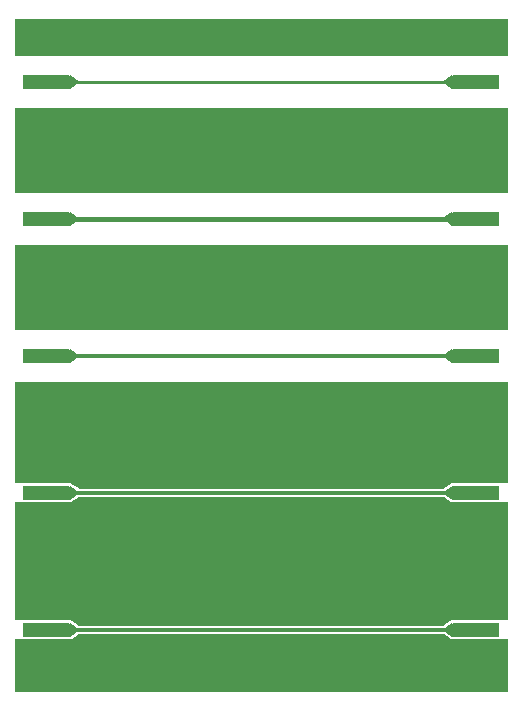
<source format=gtl>
%TF.GenerationSoftware,KiCad,Pcbnew,(6.0.2)*%
%TF.CreationDate,2022-07-21T18:21:10-07:00*%
%TF.ProjectId,testCoupon,74657374-436f-4757-906f-6e2e6b696361,1*%
%TF.SameCoordinates,Original*%
%TF.FileFunction,Copper,L1,Top*%
%TF.FilePolarity,Positive*%
%FSLAX46Y46*%
G04 Gerber Fmt 4.6, Leading zero omitted, Abs format (unit mm)*
G04 Created by KiCad (PCBNEW (6.0.2)) date 2022-07-21 18:21:10*
%MOMM*%
%LPD*%
G01*
G04 APERTURE LIST*
%TA.AperFunction,NonConductor*%
%ADD10C,0.200000*%
%TD*%
%TA.AperFunction,SMDPad,CuDef*%
%ADD11R,4.000000X1.200000*%
%TD*%
%TA.AperFunction,SMDPad,CuDef*%
%ADD12R,4.000000X1.280000*%
%TD*%
%TA.AperFunction,SMDPad,CuDef*%
%ADD13O,31.360000X0.296416*%
%TD*%
%TA.AperFunction,ComponentPad*%
%ADD14C,0.380000*%
%TD*%
%TA.AperFunction,SMDPad,CuDef*%
%ADD15O,31.360000X0.297180*%
%TD*%
%TA.AperFunction,ViaPad*%
%ADD16C,0.800000*%
%TD*%
%TA.AperFunction,Conductor*%
%ADD17C,0.293370*%
%TD*%
%TA.AperFunction,Conductor*%
%ADD18C,0.430733*%
%TD*%
%TA.AperFunction,Conductor*%
%ADD19C,0.360680*%
%TD*%
G04 APERTURE END LIST*
D10*
X140700000Y-109300000D02*
X140000000Y-109800000D01*
X140000000Y-109800000D02*
X140000000Y-108800000D01*
X140000000Y-108800000D02*
X140700000Y-109300000D01*
G36*
X140700000Y-109300000D02*
G01*
X140000000Y-109800000D01*
X140000000Y-108800000D01*
X140700000Y-109300000D01*
G37*
X140700000Y-109300000D02*
X140000000Y-109800000D01*
X140000000Y-108800000D01*
X140700000Y-109300000D01*
X140700000Y-86100000D02*
X140000000Y-86600000D01*
X140000000Y-86600000D02*
X140000000Y-85600000D01*
X140000000Y-85600000D02*
X140700000Y-86100000D01*
G36*
X140700000Y-86100000D02*
G01*
X140000000Y-86600000D01*
X140000000Y-85600000D01*
X140700000Y-86100000D01*
G37*
X140700000Y-86100000D02*
X140000000Y-86600000D01*
X140000000Y-85600000D01*
X140700000Y-86100000D01*
X140700000Y-74500000D02*
X140000000Y-75000000D01*
X140000000Y-75000000D02*
X140000000Y-74000000D01*
X140000000Y-74000000D02*
X140700000Y-74500000D01*
G36*
X140700000Y-74500000D02*
G01*
X140000000Y-75000000D01*
X140000000Y-74000000D01*
X140700000Y-74500000D01*
G37*
X140700000Y-74500000D02*
X140000000Y-75000000D01*
X140000000Y-74000000D01*
X140700000Y-74500000D01*
X140706757Y-97700000D02*
X140000000Y-98200000D01*
X140000000Y-98200000D02*
X140000000Y-97200000D01*
X140000000Y-97200000D02*
X140706757Y-97700000D01*
G36*
X140706757Y-97700000D02*
G01*
X140000000Y-98200000D01*
X140000000Y-97200000D01*
X140706757Y-97700000D01*
G37*
X140706757Y-97700000D02*
X140000000Y-98200000D01*
X140000000Y-97200000D01*
X140706757Y-97700000D01*
X171700000Y-86100000D02*
X172400000Y-85600000D01*
X172400000Y-85600000D02*
X172400000Y-86600000D01*
X172400000Y-86600000D02*
X171700000Y-86100000D01*
G36*
X172400000Y-86600000D02*
G01*
X171700000Y-86100000D01*
X172400000Y-85600000D01*
X172400000Y-86600000D01*
G37*
X172400000Y-86600000D02*
X171700000Y-86100000D01*
X172400000Y-85600000D01*
X172400000Y-86600000D01*
X140700000Y-62900000D02*
X140000000Y-63400000D01*
X140000000Y-63400000D02*
X140000000Y-62400000D01*
X140000000Y-62400000D02*
X140700000Y-62900000D01*
G36*
X140700000Y-62900000D02*
G01*
X140000000Y-63400000D01*
X140000000Y-62400000D01*
X140700000Y-62900000D01*
G37*
X140700000Y-62900000D02*
X140000000Y-63400000D01*
X140000000Y-62400000D01*
X140700000Y-62900000D01*
X171700000Y-109300000D02*
X172400000Y-108800000D01*
X172400000Y-108800000D02*
X172400000Y-109800000D01*
X172400000Y-109800000D02*
X171700000Y-109300000D01*
G36*
X172400000Y-109800000D02*
G01*
X171700000Y-109300000D01*
X172400000Y-108800000D01*
X172400000Y-109800000D01*
G37*
X172400000Y-109800000D02*
X171700000Y-109300000D01*
X172400000Y-108800000D01*
X172400000Y-109800000D01*
X171700000Y-74477027D02*
X172400000Y-74000000D01*
X172400000Y-74000000D02*
X172400000Y-75000000D01*
X172400000Y-75000000D02*
X171700000Y-74477027D01*
G36*
X172400000Y-75000000D02*
G01*
X171700000Y-74477027D01*
X172400000Y-74000000D01*
X172400000Y-75000000D01*
G37*
X172400000Y-75000000D02*
X171700000Y-74477027D01*
X172400000Y-74000000D01*
X172400000Y-75000000D01*
X171700000Y-62900000D02*
X172400000Y-62400000D01*
X172400000Y-62400000D02*
X172400000Y-63400000D01*
X172400000Y-63400000D02*
X171700000Y-62900000D01*
G36*
X172400000Y-63400000D02*
G01*
X171700000Y-62900000D01*
X172400000Y-62400000D01*
X172400000Y-63400000D01*
G37*
X172400000Y-63400000D02*
X171700000Y-62900000D01*
X172400000Y-62400000D01*
X172400000Y-63400000D01*
X171706757Y-97700000D02*
X172406757Y-97200000D01*
X172406757Y-97200000D02*
X172406757Y-98200000D01*
X172406757Y-98200000D02*
X171706757Y-97700000D01*
G36*
X172406757Y-98200000D02*
G01*
X171706757Y-97700000D01*
X172406757Y-97200000D01*
X172406757Y-98200000D01*
G37*
X172406757Y-98200000D02*
X171706757Y-97700000D01*
X172406757Y-97200000D01*
X172406757Y-98200000D01*
D11*
%TO.P,J6,1,In*%
%TO.N,Net-(J5-Pad1)*%
X174400000Y-86100000D03*
D12*
%TO.P,J6,2,Ext*%
%TO.N,GND*%
X174400000Y-83110000D03*
X174400000Y-89080000D03*
%TD*%
D11*
%TO.P,J3,1,In*%
%TO.N,Net-(J3-Pad1)*%
X138000000Y-74500000D03*
D12*
%TO.P,J3,2,Ext*%
%TO.N,GND*%
X138000000Y-77490000D03*
X138000000Y-71520000D03*
%TD*%
D11*
%TO.P,J4,1,In*%
%TO.N,Net-(J3-Pad1)*%
X174404250Y-74500000D03*
D12*
%TO.P,J4,2,Ext*%
%TO.N,GND*%
X174404250Y-71510000D03*
X174404250Y-77480000D03*
%TD*%
D11*
%TO.P,J7,1,In*%
%TO.N,Net-(J7-Pad1)*%
X138006757Y-97700000D03*
D12*
%TO.P,J7,2,Ext*%
%TO.N,GND*%
X138006757Y-100690000D03*
X138006757Y-94720000D03*
%TD*%
D11*
%TO.P,J1,1,In*%
%TO.N,Net-(J1-Pad1)*%
X138000000Y-62900000D03*
D12*
%TO.P,J1,2,Ext*%
%TO.N,GND*%
X138000000Y-65890000D03*
X138000000Y-59920000D03*
%TD*%
D11*
%TO.P,J8,1,In*%
%TO.N,Net-(J8-Pad1)*%
X174406757Y-97700000D03*
D12*
%TO.P,J8,2,Ext*%
%TO.N,GND*%
X174406757Y-94710000D03*
X174406757Y-100680000D03*
%TD*%
D11*
%TO.P,J2,1,In*%
%TO.N,Net-(J1-Pad1)*%
X174400000Y-62900000D03*
D12*
%TO.P,J2,2,Ext*%
%TO.N,GND*%
X174400000Y-59910000D03*
X174400000Y-65880000D03*
%TD*%
D11*
%TO.P,J5,1,In*%
%TO.N,Net-(J5-Pad1)*%
X138000000Y-86100000D03*
D12*
%TO.P,J5,2,Ext*%
%TO.N,GND*%
X138000000Y-89090000D03*
X138000000Y-83120000D03*
%TD*%
D11*
%TO.P,J10,1,In*%
%TO.N,Net-(J10-Pad1)*%
X174400000Y-109300000D03*
D12*
%TO.P,J10,2,Ext*%
%TO.N,GND*%
X174400000Y-106310000D03*
X174400000Y-112280000D03*
%TD*%
D11*
%TO.P,J9,1,In*%
%TO.N,Net-(J9-Pad1)*%
X138000000Y-109300000D03*
D12*
%TO.P,J9,2,Ext*%
%TO.N,GND*%
X138000000Y-112290000D03*
X138000000Y-106320000D03*
%TD*%
D13*
%TO.P,NT5,1,1*%
%TO.N,Net-(J9-Pad1)*%
X156220000Y-109300000D03*
D14*
%TO.P,NT5,2,2*%
%TO.N,GND*%
X158427500Y-110076000D03*
X169866200Y-108524000D03*
X165466700Y-108524000D03*
X153148100Y-108524000D03*
X166346600Y-110076000D03*
X151388300Y-110076000D03*
X165466700Y-110076000D03*
X160187300Y-110076000D03*
X152268200Y-110076000D03*
X168986300Y-110076000D03*
X161947100Y-108524000D03*
X162827000Y-108524000D03*
X170746100Y-110076000D03*
X155787800Y-108524000D03*
X159307400Y-110076000D03*
X149628500Y-108524000D03*
X141709400Y-110076000D03*
X142589300Y-110076000D03*
X150508400Y-108524000D03*
X158427500Y-108524000D03*
X147868700Y-110076000D03*
X154907900Y-108524000D03*
X155787800Y-110076000D03*
X142589300Y-108524000D03*
X148748600Y-110076000D03*
X147868700Y-108524000D03*
X156667700Y-108524000D03*
X150508400Y-110076000D03*
X144349100Y-110076000D03*
X171626000Y-108524000D03*
X160187300Y-108524000D03*
X149628500Y-110076000D03*
X157547600Y-110076000D03*
X146988800Y-108524000D03*
X140829500Y-110076000D03*
X168986300Y-108524000D03*
X169866200Y-110076000D03*
X161067200Y-110076000D03*
X171626000Y-110076000D03*
X143469200Y-110076000D03*
X143469200Y-108524000D03*
X159307400Y-108524000D03*
X161067200Y-108524000D03*
X168106400Y-110076000D03*
X144349100Y-108524000D03*
X164586800Y-108524000D03*
X154028000Y-108524000D03*
X154028000Y-110076000D03*
X161947100Y-110076000D03*
X162827000Y-110076000D03*
X146988800Y-110076000D03*
X146108900Y-110076000D03*
X170746100Y-108524000D03*
X156667700Y-110076000D03*
X153148100Y-110076000D03*
X167226500Y-110076000D03*
X151388300Y-108524000D03*
X166346600Y-108524000D03*
X168106400Y-108524000D03*
X157547600Y-108524000D03*
X148748600Y-108524000D03*
X163706900Y-110076000D03*
X140829500Y-108524000D03*
X146108900Y-108524000D03*
X154907900Y-110076000D03*
X145229000Y-110076000D03*
X164586800Y-110076000D03*
X152268200Y-108524000D03*
X167226500Y-108524000D03*
X141709400Y-108524000D03*
X145229000Y-108524000D03*
X163706900Y-108524000D03*
%TD*%
D15*
%TO.P,NT4,1,1*%
%TO.N,Net-(J7-Pad1)*%
X156206757Y-97700000D03*
%TD*%
D16*
%TO.N,GND*%
X153752000Y-80300000D03*
X150488000Y-91900000D03*
X174968000Y-103500000D03*
X176600000Y-103500000D03*
X160280000Y-68700000D03*
X170072000Y-80300000D03*
X148856000Y-91900000D03*
X170072000Y-91900000D03*
X142328000Y-103500000D03*
X145592000Y-103500000D03*
X163544000Y-103500000D03*
X147224000Y-80300000D03*
X163544000Y-91900000D03*
X170072000Y-103500000D03*
X168440000Y-80300000D03*
X157016000Y-91900000D03*
X150488000Y-80300000D03*
X166808000Y-80300000D03*
X155384000Y-80300000D03*
X152120000Y-80300000D03*
X157016000Y-103500000D03*
X163544000Y-80300000D03*
X163544000Y-68700000D03*
X160280000Y-103500000D03*
X171704000Y-68700000D03*
X148856000Y-80300000D03*
X137432000Y-91900000D03*
X147224000Y-91900000D03*
X165176000Y-91900000D03*
X153752000Y-103500000D03*
X143960000Y-80300000D03*
X137432000Y-103500000D03*
X158648000Y-68700000D03*
X165176000Y-80300000D03*
X147224000Y-68700000D03*
X173336000Y-80300000D03*
X171704000Y-91900000D03*
X168440000Y-91900000D03*
X161912000Y-103500000D03*
X148856000Y-68700000D03*
X139064000Y-80300000D03*
X135800000Y-80300000D03*
X143960000Y-91900000D03*
X137432000Y-80300000D03*
X157016000Y-80300000D03*
X168440000Y-68700000D03*
X153752000Y-91900000D03*
X142328000Y-91900000D03*
X135800000Y-91900000D03*
X153752000Y-68700000D03*
X157016000Y-68700000D03*
X171704000Y-103500000D03*
X176600000Y-91900000D03*
X161912000Y-91900000D03*
X166808000Y-103500000D03*
X166808000Y-91900000D03*
X155384000Y-91900000D03*
X171704000Y-80300000D03*
X140696000Y-80300000D03*
X139064000Y-68700000D03*
X165176000Y-68700000D03*
X168440000Y-103500000D03*
X143960000Y-103500000D03*
X135800000Y-103500000D03*
X170072000Y-68700000D03*
X174968000Y-91900000D03*
X161912000Y-80300000D03*
X160280000Y-80300000D03*
X161912000Y-68700000D03*
X140696000Y-68700000D03*
X137432000Y-68700000D03*
X174968000Y-68700000D03*
X174968000Y-80300000D03*
X173336000Y-68700000D03*
X139064000Y-91900000D03*
X150488000Y-103500000D03*
X145592000Y-91900000D03*
X142328000Y-80300000D03*
X152120000Y-68700000D03*
X152120000Y-91900000D03*
X155384000Y-103500000D03*
X150488000Y-68700000D03*
X140696000Y-91900000D03*
X166808000Y-68700000D03*
X145592000Y-80300000D03*
X173336000Y-91900000D03*
X176600000Y-80300000D03*
X135800000Y-68700000D03*
X145592000Y-68700000D03*
X139064000Y-103500000D03*
X176600000Y-68700000D03*
X142328000Y-68700000D03*
X152120000Y-103500000D03*
X147224000Y-103500000D03*
X143960000Y-68700000D03*
X155384000Y-68700000D03*
X165176000Y-103500000D03*
X148856000Y-103500000D03*
X158648000Y-80300000D03*
X158648000Y-91900000D03*
X158648000Y-103500000D03*
X160280000Y-91900000D03*
X173336000Y-103500000D03*
X140696000Y-103500000D03*
%TD*%
D17*
%TO.N,Net-(J1-Pad1)*%
X138000000Y-62900000D02*
X174400000Y-62900000D01*
D18*
%TO.N,Net-(J3-Pad1)*%
X138000000Y-74500000D02*
X174404250Y-74500000D01*
D19*
%TO.N,Net-(J5-Pad1)*%
X138000000Y-86100000D02*
X174400000Y-86100000D01*
%TD*%
%TA.AperFunction,Conductor*%
%TO.N,GND*%
G36*
X177071173Y-57628827D02*
G01*
X177074600Y-57637100D01*
X177074600Y-60688300D01*
X177071173Y-60696573D01*
X177062900Y-60700000D01*
X135337100Y-60700000D01*
X135328827Y-60696573D01*
X135325400Y-60688300D01*
X135325400Y-57637100D01*
X135328827Y-57628827D01*
X135337100Y-57625400D01*
X177062900Y-57625400D01*
X177071173Y-57628827D01*
G37*
%TD.AperFunction*%
%TD*%
%TA.AperFunction,Conductor*%
%TO.N,GND*%
G36*
X171676910Y-109652178D02*
G01*
X172220852Y-110040708D01*
X172221105Y-110040896D01*
X172262869Y-110072654D01*
X172293399Y-110081495D01*
X172295086Y-110082128D01*
X172322925Y-110095102D01*
X172323906Y-110095559D01*
X172342053Y-110096792D01*
X172346252Y-110097078D01*
X172348712Y-110097513D01*
X172355434Y-110099459D01*
X172370218Y-110103740D01*
X172371293Y-110103647D01*
X172371295Y-110103647D01*
X172388768Y-110102133D01*
X172401887Y-110100997D01*
X172403685Y-110100980D01*
X172415518Y-110101784D01*
X172434331Y-110103063D01*
X172434332Y-110103063D01*
X172435409Y-110103136D01*
X172442226Y-110101024D01*
X172445689Y-110100500D01*
X176419748Y-110100500D01*
X176420313Y-110100388D01*
X176420319Y-110100387D01*
X176421131Y-110100225D01*
X176423413Y-110100000D01*
X177062900Y-110100000D01*
X177071173Y-110103427D01*
X177074600Y-110111700D01*
X177074600Y-114562900D01*
X177071173Y-114571173D01*
X177062900Y-114574600D01*
X156300000Y-114574600D01*
X156300000Y-109650000D01*
X171670112Y-109650000D01*
X171676910Y-109652178D01*
G37*
%TD.AperFunction*%
%TD*%
%TA.AperFunction,Conductor*%
%TO.N,GND*%
G36*
X156606757Y-97350910D02*
G01*
X140756077Y-97350910D01*
X140749449Y-97348851D01*
X140144687Y-96933077D01*
X140144288Y-96932789D01*
X140140183Y-96929667D01*
X140137993Y-96928001D01*
X140137991Y-96928000D01*
X140137131Y-96927346D01*
X140136105Y-96927049D01*
X140134767Y-96926257D01*
X140108220Y-96908006D01*
X140106757Y-96907000D01*
X140083615Y-96907000D01*
X140078721Y-96905927D01*
X140075732Y-96904550D01*
X140075730Y-96904550D01*
X140074752Y-96904099D01*
X140053113Y-96902727D01*
X140050599Y-96902288D01*
X140041361Y-96899613D01*
X140029782Y-96896260D01*
X140028707Y-96896353D01*
X140028705Y-96896353D01*
X140011093Y-96897879D01*
X139997406Y-96899064D01*
X139995661Y-96899085D01*
X139986903Y-96898530D01*
X139964296Y-96897096D01*
X139964294Y-96897096D01*
X139963217Y-96897028D01*
X139962185Y-96897353D01*
X139962184Y-96897353D01*
X139957079Y-96898960D01*
X139953566Y-96899500D01*
X135987009Y-96899500D01*
X135986442Y-96899613D01*
X135986440Y-96899613D01*
X135950435Y-96906775D01*
X135948152Y-96907000D01*
X135337100Y-96907000D01*
X135328827Y-96903573D01*
X135325400Y-96895300D01*
X135325400Y-92307000D01*
X156606757Y-92307000D01*
X156606757Y-97350910D01*
G37*
%TD.AperFunction*%
%TD*%
%TA.AperFunction,Conductor*%
%TO.N,GND*%
G36*
X177071173Y-102003427D02*
G01*
X177074600Y-102011700D01*
X177074600Y-104500000D01*
X135325400Y-104500000D01*
X135325400Y-102011700D01*
X135328827Y-102003427D01*
X135337100Y-102000000D01*
X177062900Y-102000000D01*
X177071173Y-102003427D01*
G37*
%TD.AperFunction*%
%TD*%
%TA.AperFunction,Conductor*%
%TO.N,GND*%
G36*
X156300000Y-108950000D02*
G01*
X140729888Y-108950000D01*
X140723089Y-108947821D01*
X140179198Y-108559328D01*
X140178916Y-108559120D01*
X140137989Y-108527998D01*
X140137987Y-108527997D01*
X140137131Y-108527346D01*
X140136389Y-108527131D01*
X140135162Y-108526371D01*
X140101520Y-108501140D01*
X140100000Y-108500000D01*
X140044356Y-108500000D01*
X140041103Y-108499538D01*
X140029782Y-108496260D01*
X140028707Y-108496353D01*
X140028705Y-108496353D01*
X140011232Y-108497867D01*
X139998113Y-108499003D01*
X139996315Y-108499020D01*
X139984462Y-108498214D01*
X139965670Y-108496937D01*
X139965669Y-108496937D01*
X139964592Y-108496864D01*
X139959678Y-108498386D01*
X139957774Y-108498976D01*
X139954312Y-108499500D01*
X135980252Y-108499500D01*
X135979687Y-108499612D01*
X135979681Y-108499613D01*
X135978869Y-108499775D01*
X135976587Y-108500000D01*
X135337100Y-108500000D01*
X135328827Y-108496573D01*
X135325400Y-108488300D01*
X135325400Y-104500000D01*
X156300000Y-104500000D01*
X156300000Y-108950000D01*
G37*
%TD.AperFunction*%
%TD*%
%TA.AperFunction,Conductor*%
%TO.N,GND*%
G36*
X156606757Y-101994000D02*
G01*
X135337100Y-101994000D01*
X135328827Y-101990573D01*
X135325400Y-101982300D01*
X135325400Y-98505738D01*
X135328827Y-98497465D01*
X135337115Y-98494038D01*
X135957284Y-98494814D01*
X135959551Y-98495039D01*
X135986439Y-98500387D01*
X135986443Y-98500387D01*
X135987009Y-98500500D01*
X139957370Y-98500500D01*
X139960625Y-98500962D01*
X139970218Y-98503740D01*
X139971294Y-98503647D01*
X139971295Y-98503647D01*
X139991811Y-98501870D01*
X139994362Y-98501928D01*
X140014783Y-98504643D01*
X140014785Y-98504643D01*
X140015854Y-98504785D01*
X140034755Y-98500238D01*
X140037504Y-98499914D01*
X140104963Y-98499998D01*
X140104964Y-98499998D01*
X140106757Y-98500000D01*
X140110405Y-98497465D01*
X140752538Y-98051182D01*
X140759215Y-98049090D01*
X156606757Y-98049090D01*
X156606757Y-101994000D01*
G37*
%TD.AperFunction*%
%TD*%
%TA.AperFunction,Conductor*%
%TO.N,GND*%
G36*
X156300000Y-114574600D02*
G01*
X135337100Y-114574600D01*
X135328827Y-114571173D01*
X135325400Y-114562900D01*
X135325400Y-110111700D01*
X135328827Y-110103427D01*
X135337100Y-110100000D01*
X135976587Y-110100000D01*
X135978869Y-110100225D01*
X135979681Y-110100387D01*
X135979687Y-110100388D01*
X135980252Y-110100500D01*
X139957370Y-110100500D01*
X139960624Y-110100962D01*
X139964886Y-110102196D01*
X139970218Y-110103740D01*
X139971294Y-110103647D01*
X139971295Y-110103647D01*
X139992524Y-110101809D01*
X139995022Y-110101860D01*
X140016168Y-110104573D01*
X140016169Y-110104573D01*
X140017237Y-110104710D01*
X140035058Y-110100337D01*
X140037846Y-110100000D01*
X140200000Y-110100000D01*
X140796880Y-109652340D01*
X140803900Y-109650000D01*
X156300000Y-109650000D01*
X156300000Y-114574600D01*
G37*
%TD.AperFunction*%
%TD*%
%TA.AperFunction,Conductor*%
%TO.N,GND*%
G36*
X177071173Y-88303427D02*
G01*
X177074600Y-88311700D01*
X177074600Y-92400000D01*
X135337100Y-92400000D01*
X135328827Y-92396573D01*
X135325400Y-92388300D01*
X135325400Y-88311700D01*
X135328827Y-88303427D01*
X135337100Y-88300000D01*
X177062900Y-88300000D01*
X177071173Y-88303427D01*
G37*
%TD.AperFunction*%
%TD*%
%TA.AperFunction,Conductor*%
%TO.N,GND*%
G36*
X177074600Y-96895300D02*
G01*
X177071173Y-96903573D01*
X177062900Y-96907000D01*
X176465362Y-96907000D01*
X176463079Y-96906775D01*
X176427074Y-96899613D01*
X176427072Y-96899613D01*
X176426505Y-96899500D01*
X172449387Y-96899500D01*
X172446133Y-96899038D01*
X172437578Y-96896561D01*
X172437579Y-96896561D01*
X172436539Y-96896260D01*
X172435463Y-96896353D01*
X172435462Y-96896353D01*
X172414234Y-96898191D01*
X172411736Y-96898140D01*
X172390590Y-96895427D01*
X172390589Y-96895427D01*
X172389521Y-96895290D01*
X172388474Y-96895547D01*
X172358641Y-96902867D01*
X172356863Y-96903160D01*
X172336790Y-96904899D01*
X172325197Y-96905903D01*
X172324227Y-96906377D01*
X172323517Y-96906574D01*
X172320390Y-96907000D01*
X172306757Y-96907000D01*
X172305294Y-96908006D01*
X172289071Y-96919159D01*
X172285232Y-96920881D01*
X172281784Y-96921727D01*
X172281783Y-96921728D01*
X172280982Y-96921924D01*
X172280268Y-96922335D01*
X172280266Y-96922336D01*
X172278226Y-96923511D01*
X172275519Y-96925070D01*
X172275288Y-96925235D01*
X172253612Y-96940718D01*
X172251949Y-96941708D01*
X172224791Y-96954983D01*
X172208222Y-96972845D01*
X172206447Y-96974407D01*
X172148364Y-97015895D01*
X171664065Y-97348851D01*
X171657437Y-97350910D01*
X156606757Y-97350910D01*
X156606757Y-92307000D01*
X177074600Y-92307000D01*
X177074600Y-96895300D01*
G37*
%TD.AperFunction*%
%TD*%
%TA.AperFunction,Conductor*%
%TO.N,GND*%
G36*
X177071173Y-76703427D02*
G01*
X177074600Y-76711700D01*
X177074600Y-83888300D01*
X177071173Y-83896573D01*
X177062900Y-83900000D01*
X135337100Y-83900000D01*
X135328827Y-83896573D01*
X135325400Y-83888300D01*
X135325400Y-76711700D01*
X135328827Y-76703427D01*
X135337100Y-76700000D01*
X177062900Y-76700000D01*
X177071173Y-76703427D01*
G37*
%TD.AperFunction*%
%TD*%
%TA.AperFunction,Conductor*%
%TO.N,GND*%
G36*
X177071173Y-65103427D02*
G01*
X177074600Y-65111700D01*
X177074600Y-72288300D01*
X177071173Y-72296573D01*
X177062900Y-72300000D01*
X135337100Y-72300000D01*
X135328827Y-72296573D01*
X135325400Y-72288300D01*
X135325400Y-65111700D01*
X135328827Y-65103427D01*
X135337100Y-65100000D01*
X177062900Y-65100000D01*
X177071173Y-65103427D01*
G37*
%TD.AperFunction*%
%TD*%
%TA.AperFunction,Conductor*%
%TO.N,GND*%
G36*
X177074600Y-108488300D02*
G01*
X177071173Y-108496573D01*
X177062900Y-108500000D01*
X176423413Y-108500000D01*
X176421131Y-108499775D01*
X176420319Y-108499613D01*
X176420313Y-108499612D01*
X176419748Y-108499500D01*
X172442630Y-108499500D01*
X172439376Y-108499038D01*
X172435114Y-108497804D01*
X172429782Y-108496260D01*
X172428706Y-108496353D01*
X172428705Y-108496353D01*
X172407477Y-108498191D01*
X172404979Y-108498140D01*
X172383833Y-108495427D01*
X172383832Y-108495427D01*
X172382764Y-108495290D01*
X172381717Y-108495547D01*
X172364942Y-108499663D01*
X172362154Y-108500000D01*
X172300000Y-108500000D01*
X172243772Y-108542171D01*
X172241890Y-108543322D01*
X172218034Y-108554983D01*
X172201463Y-108572847D01*
X172199686Y-108574410D01*
X171676910Y-108947821D01*
X171670111Y-108950000D01*
X156300000Y-108950000D01*
X156300000Y-104500000D01*
X177074600Y-104500000D01*
X177074600Y-108488300D01*
G37*
%TD.AperFunction*%
%TD*%
%TA.AperFunction,Conductor*%
%TO.N,GND*%
G36*
X171660975Y-98051182D02*
G01*
X172306757Y-98500000D01*
X172308550Y-98499998D01*
X172308551Y-98499998D01*
X172362146Y-98499931D01*
X172365415Y-98500393D01*
X172367595Y-98501024D01*
X172376975Y-98503740D01*
X172378050Y-98503647D01*
X172378052Y-98503647D01*
X172395525Y-98502133D01*
X172408644Y-98500997D01*
X172410442Y-98500980D01*
X172422275Y-98501784D01*
X172441088Y-98503063D01*
X172441089Y-98503063D01*
X172442166Y-98503136D01*
X172448983Y-98501024D01*
X172452446Y-98500500D01*
X176426505Y-98500500D01*
X176427072Y-98500387D01*
X176427074Y-98500387D01*
X176453965Y-98495038D01*
X176456233Y-98494813D01*
X177062885Y-98494055D01*
X177071163Y-98497472D01*
X177074600Y-98505755D01*
X177074600Y-101982300D01*
X177071173Y-101990573D01*
X177062900Y-101994000D01*
X156606757Y-101994000D01*
X156606757Y-98049090D01*
X171654299Y-98049090D01*
X171660975Y-98051182D01*
G37*
%TD.AperFunction*%
%TD*%
M02*

</source>
